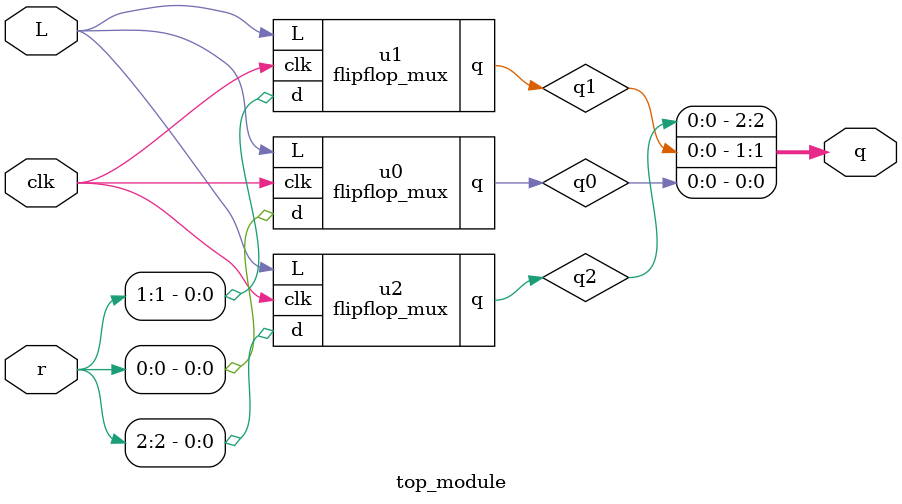
<source format=sv>
module flipflop_mux(
    input clk,
    input L,
    input d,
    output reg q
);
    always @(posedge clk) begin
        if (L) begin
            q <= d;
        end else begin
            q <= q;
        end
    end
endmodule
module top_module(
    input clk,
    input L,
    input [2:0] r,
    output [2:0] q
);
    wire q0, q1, q2;

    flipflop_mux u0 (
        .clk(clk),
        .L(L),
        .d(r[0]),
        .q(q0)
    );
    
    flipflop_mux u1 (
        .clk(clk),
        .L(L),
        .d(r[1]),
        .q(q1)
    );

    flipflop_mux u2 (
        .clk(clk),
        .L(L),
        .d(r[2]),
        .q(q2)
    );

    assign q = {q2, q1, q0};
endmodule

</source>
